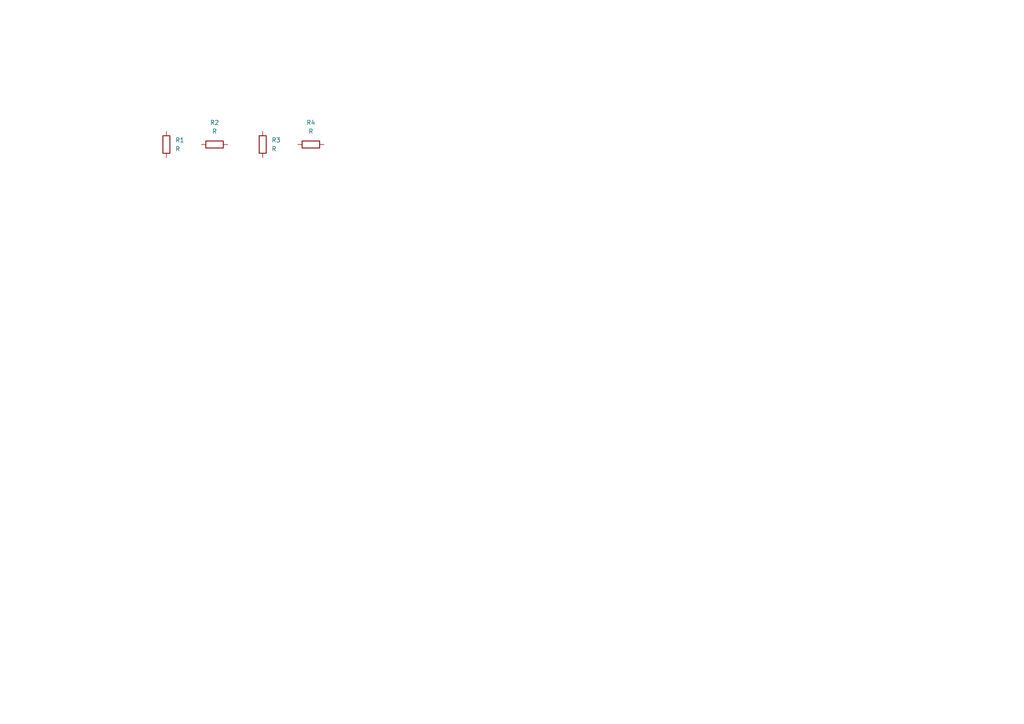
<source format=kicad_sch>
(kicad_sch (version 20211123) (generator eeschema)
  (paper "A4")
  (lib_symbols
    (symbol "Device:R" (pin_numbers hide) (pin_names (offset 0))
      (property "Reference" "R" (at 2.032 0 90))
      (property "Value" "R" (at 0 0 90))
      (symbol "R_0_1"
        (rectangle (start -1.016 -2.54) (end 1.016 2.54) (stroke (width 0.254)))
      )
      (symbol "R_1_1"
        (pin passive line (at 0 3.81 270) (length 1.27) (name "~") (number "1"))
        (pin passive line (at 0 -3.81 90) (length 1.27) (name "~") (number "2"))
      )
    )
  )
  (symbol (lib_id "Device:R") (at 90.17 41.91 270) (unit 1)
    (property "Reference" "R4" (at 90.17 35.56 90))
    (property "Value" "R" (at 90.17 38.1 90))
  )
  (symbol (lib_id "Device:R") (at 62.23 41.91 90) (unit 1)
    (property "Reference" "R2" (at 62.23 35.56 90))
    (property "Value" "R" (at 62.23 38.1 90))
  )
  (symbol (lib_id "Device:R") (at 48.26 41.91 0) (unit 1)
    (property "Reference" "R1" (at 50.8 40.6399 0) (effects (justify left)))
    (property "Value" "R" (at 50.8 43.1799 0) (effects (justify left)))
  )
  (symbol (lib_id "Device:R") (at 76.2 41.91 180) (unit 1)
    (property "Reference" "R3" (at 78.74 40.6399 0) (effects (justify right)))
    (property "Value" "R" (at 78.74 43.1799 0) (effects (justify right)))
  )
)
</source>
